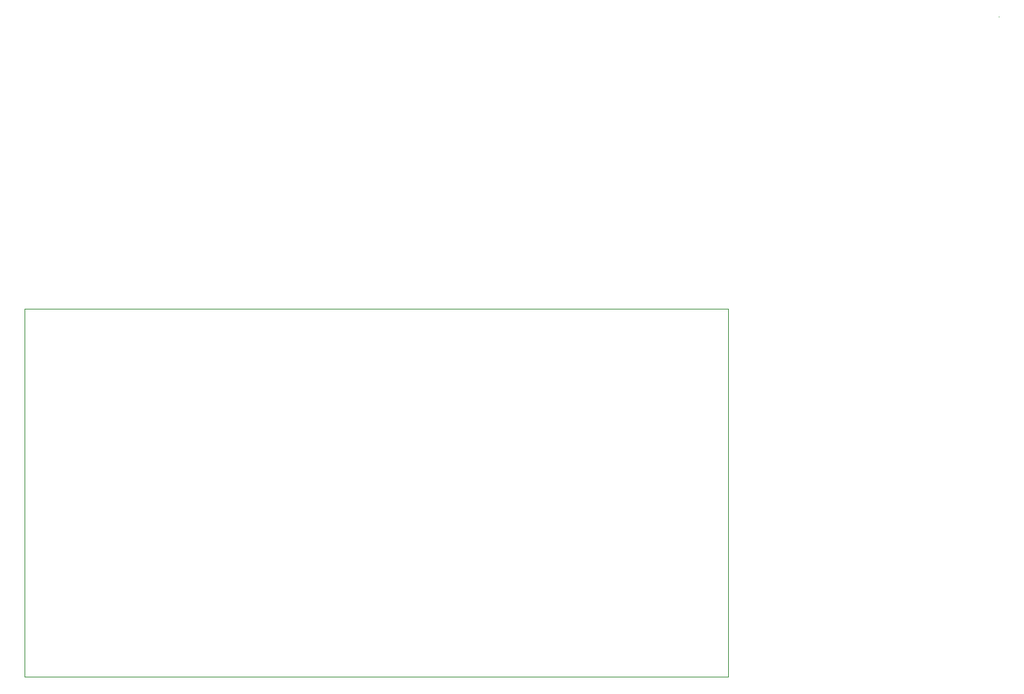
<source format=gbr>
G04 (created by PCBNEW (2013-may-18)-stable) date Tue 21 Oct 2014 07:01:45 PM CEST*
%MOIN*%
G04 Gerber Fmt 3.4, Leading zero omitted, Abs format*
%FSLAX34Y34*%
G01*
G70*
G90*
G04 APERTURE LIST*
%ADD10C,0.00590551*%
%ADD11C,0.00393701*%
G04 APERTURE END LIST*
G54D10*
G54D11*
X46750Y-34500D02*
X79250Y-34500D01*
X46750Y-17500D02*
X79250Y-17500D01*
X79250Y-17500D02*
X79250Y-34500D01*
X79250Y-34500D02*
X79250Y-29500D01*
X46750Y-17500D02*
X46750Y-34500D01*
X91750Y-4000D02*
G75*
G03X91750Y-4000I0J0D01*
G74*
G01*
X91749Y-4000D02*
X91750Y-4000D01*
X91750Y-3999D02*
X91750Y-4000D01*
X91750Y-4000D02*
G75*
G03X91750Y-4000I0J0D01*
G74*
G01*
X91749Y-4000D02*
X91750Y-4000D01*
X91750Y-3999D02*
X91750Y-4000D01*
M02*

</source>
